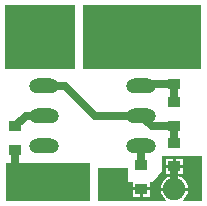
<source format=gtl>
%FSLAX25Y25*%
%MOIN*%
G70*
G01*
G75*
G04 Layer_Physical_Order=1*
G04 Layer_Color=255*
%ADD10R,0.04016X0.03543*%
%ADD11C,0.02500*%
%ADD12R,0.28500X0.13000*%
%ADD13R,0.23500X0.21500*%
%ADD14R,0.39500X0.21500*%
%ADD15C,0.07500*%
%ADD16R,0.10000X0.05000*%
%ADD17O,0.10000X0.05000*%
G36*
X272217Y306523D02*
X266048D01*
X265888Y306996D01*
X266236Y307264D01*
X266963Y308212D01*
X267421Y309315D01*
X267511Y310000D01*
X258489D01*
X258579Y309315D01*
X259037Y308212D01*
X259764Y307264D01*
X260112Y306996D01*
X259952Y306523D01*
X237500D01*
Y317500D01*
X247500D01*
Y313000D01*
X249205D01*
Y311063D01*
X254795D01*
Y313000D01*
X255500D01*
X257500Y315000D01*
X259000Y316500D01*
Y321500D01*
X272217D01*
Y306523D01*
D02*
G37*
%LPC*%
G36*
X263500Y315011D02*
Y311000D01*
X267511D01*
X267421Y311684D01*
X266963Y312788D01*
X266236Y313736D01*
X265288Y314463D01*
X264184Y314921D01*
X263500Y315011D01*
D02*
G37*
G36*
X251500Y310063D02*
X249205D01*
Y308004D01*
X251500D01*
Y310063D01*
D02*
G37*
G36*
X254795D02*
X252500D01*
Y308004D01*
X254795D01*
Y310063D01*
D02*
G37*
G36*
X262500Y320622D02*
X260205D01*
Y318563D01*
X262500D01*
Y320622D01*
D02*
G37*
G36*
X265795D02*
X263500D01*
Y318563D01*
X265795D01*
Y320622D01*
D02*
G37*
G36*
X262500Y317563D02*
X260205D01*
Y315504D01*
X262424D01*
X262457Y315005D01*
X261816Y314921D01*
X260712Y314463D01*
X259764Y313736D01*
X259037Y312788D01*
X258579Y311684D01*
X258489Y311000D01*
X262500D01*
Y315011D01*
X263000Y315077D01*
X263000D01*
Y315150D01*
X263353Y315504D01*
X262500D01*
Y317563D01*
D02*
G37*
G36*
X265795D02*
X263500D01*
Y315504D01*
X265795D01*
Y317563D01*
D02*
G37*
%LPD*%
D10*
X263000Y331563D02*
D03*
Y339437D02*
D03*
Y345563D02*
D03*
Y353437D02*
D03*
X252000Y310563D02*
D03*
Y318437D02*
D03*
X263000Y318063D02*
D03*
Y325937D02*
D03*
X210000Y323563D02*
D03*
Y331437D02*
D03*
D11*
X219500Y345000D02*
X226500D01*
X236500Y335000D01*
X252000D01*
X213563D02*
X219500D01*
X210000Y331437D02*
X213563Y335000D01*
X252000Y345000D02*
X252563Y345563D01*
X263000D01*
Y339437D02*
Y345563D01*
X255437Y331563D02*
X263000D01*
X252000Y335000D02*
X255437Y331563D01*
X263000Y325937D02*
Y331563D01*
Y310500D02*
Y318063D01*
Y353437D02*
Y363000D01*
X262500Y363500D02*
X263000Y363000D01*
X253000Y363500D02*
X262500D01*
X252000Y364500D02*
X253000Y363500D01*
X241500Y364500D02*
X252000D01*
X219500Y355000D02*
Y367500D01*
X252000Y318437D02*
Y325000D01*
X210000Y317500D02*
Y323563D01*
Y317500D02*
X214000Y313500D01*
D12*
X220750Y313000D02*
D03*
D13*
X218250Y361250D02*
D03*
D14*
X252250D02*
D03*
D15*
X252000Y364500D02*
D03*
X219500Y367500D02*
D03*
X214000Y313500D02*
D03*
X263000Y310500D02*
D03*
D16*
X219500Y355000D02*
D03*
D17*
Y345000D02*
D03*
Y335000D02*
D03*
Y325000D02*
D03*
X252000Y355000D02*
D03*
Y345000D02*
D03*
Y335000D02*
D03*
Y325000D02*
D03*
M02*

</source>
